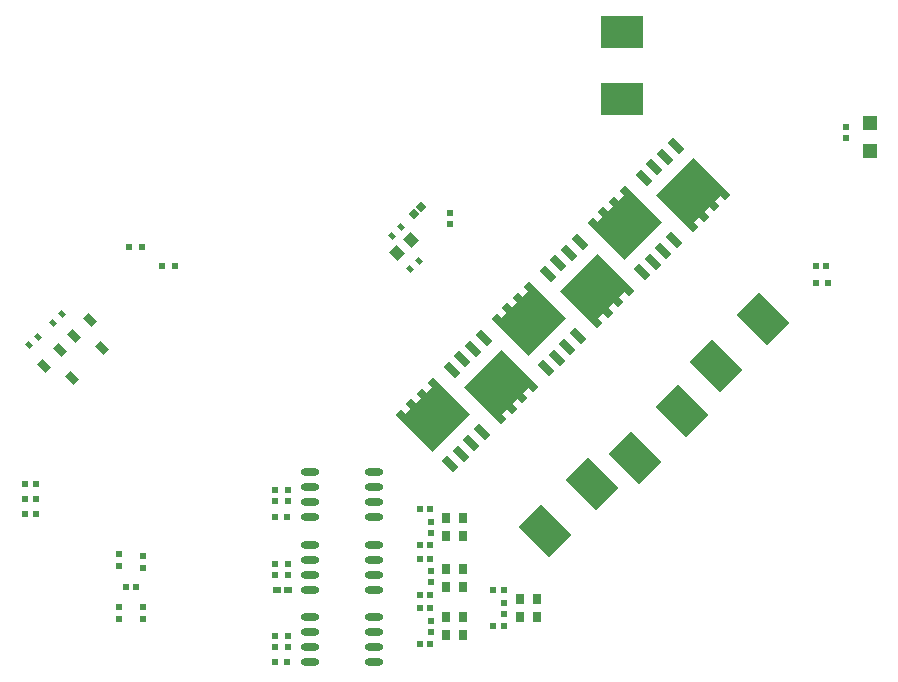
<source format=gbp>
G04*
G04 #@! TF.GenerationSoftware,Altium Limited,Altium Designer,24.1.2 (44)*
G04*
G04 Layer_Color=128*
%FSLAX44Y44*%
%MOMM*%
G71*
G04*
G04 #@! TF.SameCoordinates,C067CD15-9508-4875-9725-B3D5D2F0FA69*
G04*
G04*
G04 #@! TF.FilePolarity,Positive*
G04*
G01*
G75*
%ADD29R,0.5000X0.4750*%
%ADD42R,0.6500X0.9000*%
G04:AMPARAMS|DCode=54|XSize=1mm|YSize=0.95mm|CornerRadius=0mm|HoleSize=0mm|Usage=FLASHONLY|Rotation=135.000|XOffset=0mm|YOffset=0mm|HoleType=Round|Shape=Rectangle|*
%AMROTATEDRECTD54*
4,1,4,0.6894,-0.0177,0.0177,-0.6894,-0.6894,0.0177,-0.0177,0.6894,0.6894,-0.0177,0.0*
%
%ADD54ROTATEDRECTD54*%

%ADD55R,0.6200X0.6200*%
%ADD61P,0.8768X4X180.0*%
%ADD62R,0.6200X0.6200*%
%ADD65R,0.4750X0.5000*%
%ADD66R,1.1500X1.1500*%
G04:AMPARAMS|DCode=68|XSize=0.5mm|YSize=0.475mm|CornerRadius=0mm|HoleSize=0mm|Usage=FLASHONLY|Rotation=315.000|XOffset=0mm|YOffset=0mm|HoleType=Round|Shape=Rectangle|*
%AMROTATEDRECTD68*
4,1,4,-0.3447,0.0088,-0.0088,0.3447,0.3447,-0.0088,0.0088,-0.3447,-0.3447,0.0088,0.0*
%
%ADD68ROTATEDRECTD68*%

%ADD142R,0.7000X0.6000*%
%ADD143O,1.5500X0.6000*%
G04:AMPARAMS|DCode=144|XSize=0.71mm|YSize=1.372mm|CornerRadius=0mm|HoleSize=0mm|Usage=FLASHONLY|Rotation=225.000|XOffset=0mm|YOffset=0mm|HoleType=Round|Shape=Rectangle|*
%AMROTATEDRECTD144*
4,1,4,-0.2341,0.7361,0.7361,-0.2341,0.2341,-0.7361,-0.7361,0.2341,-0.2341,0.7361,0.0*
%
%ADD144ROTATEDRECTD144*%

G04:AMPARAMS|DCode=145|XSize=4.52mm|YSize=3.85mm|CornerRadius=0mm|HoleSize=0mm|Usage=FLASHONLY|Rotation=225.000|XOffset=0mm|YOffset=0mm|HoleType=Round|Shape=Rectangle|*
%AMROTATEDRECTD145*
4,1,4,0.2369,2.9592,2.9592,0.2369,-0.2369,-2.9592,-2.9592,-0.2369,0.2369,2.9592,0.0*
%
%ADD145ROTATEDRECTD145*%

G04:AMPARAMS|DCode=146|XSize=0.6mm|YSize=1mm|CornerRadius=0mm|HoleSize=0mm|Usage=FLASHONLY|Rotation=225.000|XOffset=0mm|YOffset=0mm|HoleType=Round|Shape=Rectangle|*
%AMROTATEDRECTD146*
4,1,4,-0.1414,0.5657,0.5657,-0.1414,0.1414,-0.5657,-0.5657,0.1414,-0.1414,0.5657,0.0*
%
%ADD146ROTATEDRECTD146*%

%ADD147R,0.5500X0.5500*%
%ADD148R,3.6000X2.7000*%
G04:AMPARAMS|DCode=149|XSize=2.7mm|YSize=3.6mm|CornerRadius=0mm|HoleSize=0mm|Usage=FLASHONLY|Rotation=225.000|XOffset=0mm|YOffset=0mm|HoleType=Round|Shape=Rectangle|*
%AMROTATEDRECTD149*
4,1,4,-0.3182,2.2274,2.2274,-0.3182,0.3182,-2.2274,-2.2274,0.3182,-0.3182,2.2274,0.0*
%
%ADD149ROTATEDRECTD149*%

D29*
X-124460Y-468675D02*
D03*
Y-458425D02*
D03*
Y-413975D02*
D03*
Y-424225D02*
D03*
X-104140Y-468675D02*
D03*
Y-458425D02*
D03*
Y-415245D02*
D03*
Y-425495D02*
D03*
D42*
X167270Y-398780D02*
D03*
X152770D02*
D03*
X167270Y-383540D02*
D03*
X152770D02*
D03*
X229500Y-467360D02*
D03*
X215000D02*
D03*
X229500Y-452120D02*
D03*
X215000D02*
D03*
X167270Y-441960D02*
D03*
X152770D02*
D03*
X167270Y-426720D02*
D03*
X152770D02*
D03*
X167270Y-482600D02*
D03*
X152770D02*
D03*
X167270Y-467360D02*
D03*
X152770D02*
D03*
D54*
X122497Y-148013D02*
D03*
X111183Y-159327D02*
D03*
D55*
X465400Y-170180D02*
D03*
X474400D02*
D03*
X-194890Y-354330D02*
D03*
X-203890D02*
D03*
X-194890Y-367030D02*
D03*
X-203890D02*
D03*
X-194890Y-379730D02*
D03*
X-203890D02*
D03*
X130120Y-406400D02*
D03*
X139120D02*
D03*
X-109800Y-441960D02*
D03*
X-118800D02*
D03*
X139120Y-375920D02*
D03*
X130120D02*
D03*
X192350Y-474980D02*
D03*
X201350D02*
D03*
X130120Y-448310D02*
D03*
X139120D02*
D03*
X201350Y-444500D02*
D03*
X192350D02*
D03*
X139120Y-417830D02*
D03*
X130120D02*
D03*
Y-490220D02*
D03*
X139120D02*
D03*
Y-459740D02*
D03*
X130120D02*
D03*
D61*
X131452Y-120008D02*
D03*
X125088Y-126372D02*
D03*
D62*
X491490Y-61650D02*
D03*
Y-52650D02*
D03*
X156210Y-125040D02*
D03*
Y-134040D02*
D03*
X19050Y-483180D02*
D03*
Y-492180D02*
D03*
Y-422220D02*
D03*
Y-431220D02*
D03*
Y-359990D02*
D03*
Y-368990D02*
D03*
X7620Y-483180D02*
D03*
Y-492180D02*
D03*
Y-422220D02*
D03*
Y-431220D02*
D03*
Y-359990D02*
D03*
Y-368990D02*
D03*
X139700Y-395660D02*
D03*
Y-386660D02*
D03*
X201930Y-464240D02*
D03*
Y-455240D02*
D03*
X139700Y-437570D02*
D03*
Y-428570D02*
D03*
Y-479480D02*
D03*
Y-470480D02*
D03*
D65*
X466045Y-184150D02*
D03*
X476295D02*
D03*
X17825Y-505460D02*
D03*
X7575D02*
D03*
X17825Y-382270D02*
D03*
X7575D02*
D03*
D66*
X511810Y-72710D02*
D03*
Y-49210D02*
D03*
D68*
X106866Y-144594D02*
D03*
X114114Y-137346D02*
D03*
X122106Y-172879D02*
D03*
X129354Y-165631D02*
D03*
X-193226Y-230056D02*
D03*
X-200474Y-237304D02*
D03*
X-172906Y-211006D02*
D03*
X-180154Y-218254D02*
D03*
D142*
X9470Y-444500D02*
D03*
X18470D02*
D03*
D143*
X37770Y-344170D02*
D03*
Y-356870D02*
D03*
Y-369570D02*
D03*
Y-382270D02*
D03*
X91770D02*
D03*
Y-369570D02*
D03*
Y-356870D02*
D03*
Y-344170D02*
D03*
X37770Y-406400D02*
D03*
Y-419100D02*
D03*
Y-431800D02*
D03*
Y-444500D02*
D03*
X91770D02*
D03*
Y-431800D02*
D03*
Y-419100D02*
D03*
Y-406400D02*
D03*
X37770Y-467360D02*
D03*
Y-480060D02*
D03*
Y-492760D02*
D03*
Y-505460D02*
D03*
X91770D02*
D03*
Y-492760D02*
D03*
Y-480060D02*
D03*
Y-467360D02*
D03*
D144*
X157443Y-258043D02*
D03*
X166423Y-249063D02*
D03*
X175403Y-240083D02*
D03*
X184384Y-231103D02*
D03*
X196616Y-297217D02*
D03*
X205597Y-288237D02*
D03*
X214577Y-279257D02*
D03*
X223557Y-270277D02*
D03*
X345477Y-148357D02*
D03*
X336497Y-157337D02*
D03*
X327517Y-166317D02*
D03*
X318536Y-175297D02*
D03*
X306304Y-109183D02*
D03*
X297323Y-118163D02*
D03*
X288343Y-127143D02*
D03*
X279363Y-136124D02*
D03*
X264197Y-229636D02*
D03*
X255217Y-238617D02*
D03*
X246237Y-247597D02*
D03*
X237257Y-256577D02*
D03*
X225023Y-190463D02*
D03*
X216043Y-199443D02*
D03*
X207063Y-208423D02*
D03*
X198083Y-217404D02*
D03*
X182917Y-310917D02*
D03*
X173937Y-319897D02*
D03*
X164957Y-328877D02*
D03*
X155976Y-337857D02*
D03*
X143743Y-271743D02*
D03*
X134763Y-280723D02*
D03*
X125783Y-289703D02*
D03*
X116803Y-298683D02*
D03*
X320003Y-95484D02*
D03*
X328983Y-86503D02*
D03*
X337963Y-77523D02*
D03*
X346944Y-68543D02*
D03*
X359176Y-134657D02*
D03*
X368157Y-125677D02*
D03*
X377137Y-116697D02*
D03*
X386117Y-107717D02*
D03*
X238723Y-176763D02*
D03*
X247703Y-167783D02*
D03*
X256683Y-158803D02*
D03*
X265664Y-149823D02*
D03*
X277896Y-215937D02*
D03*
X286877Y-206957D02*
D03*
X295857Y-197977D02*
D03*
X304837Y-188997D02*
D03*
D145*
X197145Y-270805D02*
D03*
X305775Y-135595D02*
D03*
X224495Y-216875D02*
D03*
X143215Y-298155D02*
D03*
X359705Y-108245D02*
D03*
X278425Y-189525D02*
D03*
D146*
X-138835Y-239625D02*
D03*
X-149088Y-215937D02*
D03*
X-162523Y-229372D02*
D03*
X-164235Y-265025D02*
D03*
X-174488Y-241337D02*
D03*
X-187923Y-254772D02*
D03*
D147*
X-77300Y-170180D02*
D03*
X-87800D02*
D03*
X-105240Y-153670D02*
D03*
X-115740D02*
D03*
D148*
X301594Y-28250D02*
D03*
Y28250D02*
D03*
D149*
X381344Y-254926D02*
D03*
X421296Y-214974D02*
D03*
X312764Y-332396D02*
D03*
X352716Y-292444D02*
D03*
X236564Y-394626D02*
D03*
X276516Y-354674D02*
D03*
M02*

</source>
